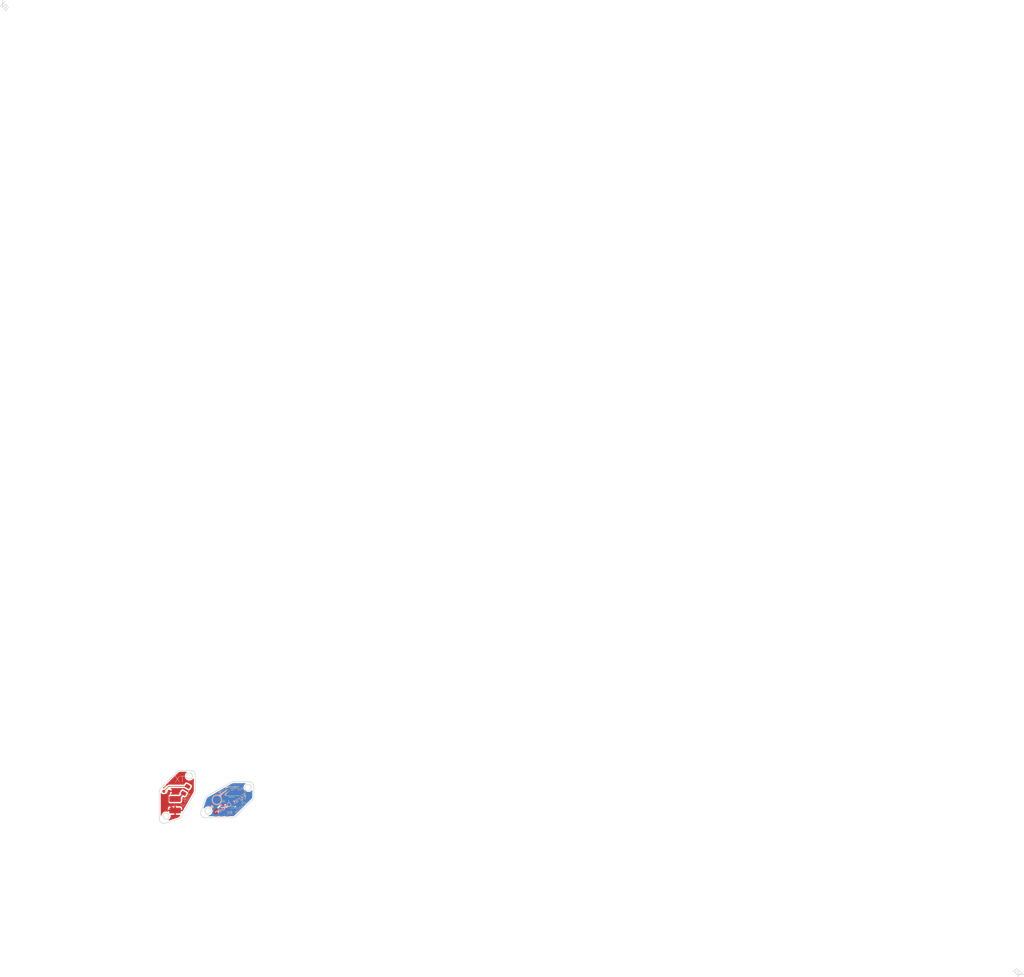
<source format=kicad_pcb>
(kicad_pcb (version 20241229) (generator "pcbnew") (generator_version "9.0")
  (layers (0 "F.Cu" signal) (2 "B.Cu" signal) (13 "F.Paste" user) (15 "B.Paste" user) (5 "F.SilkS" user "F.Silkscreen") (7 "B.SilkS" user "B.Silkscreen") (1 "F.Mask" user) (3 "B.Mask" user) (25 "Edge.Cuts" user))
  (net 0 "")
  (net 1 "Net-(D1-K)")
  (net 2 "+5V")
  (net 3 "Net-(Q1-E)")
  (net 4 "GND")
  (net 5 "GND_Sense")
  (net 6 "IR I{slash}O")
  (net 7 "+3.3V")
  (net 8 "Net-(R5-Pad2)")
  (net 9 "Net-(R7-Pad1)")
  (footprint "IR_Sense:Tx_Power_Pads" (layer "F.Cu") (at 170 39.8 -90)
    (property "Reference" "J2" (at -2.5 -3 270) (layer "F.SilkS") (effects (font (thickness 0.1))))
    (property "Value" "Conn_01x02")
    (fp_text user "+5V" (at -3.2 0.55 0) (layer "F.SilkS") (effects (font (size 0.4 0.4) (thickness 0.04)) (justify left bottom)))
    (pad "1" smd roundrect (at -2 0) (size 4 2) (layers "F.Cu" "F.Mask" "F.Paste") (roundrect_rratio 0.15) (net 2 "+5V"))
    (pad "2" smd roundrect (at 2 0) (size 4 2) (layers "F.Cu" "F.Mask" "F.Paste") (roundrect_rratio 0.15) (net 4 "GND"))
  )
  (footprint "Resistor_SMD:R_0603_1608Metric_Pad0.98x0.95mm_HandSolder" (layer "F.Cu") (at 185.729639 36.25 180)
    (property "Reference" "R7" (hide yes))
    (property "Value" "5.6k" (hide yes))
    (pad "1" smd roundrect (at -0.9125 0 180) (size 0.975 0.95) (layers "F.Cu" "F.Mask" "F.Paste") (net 9 "Net-(R7-Pad1)"))
    (pad "2" smd roundrect (at 0.9125 0 180) (size 0.975 0.95) (layers "F.Cu" "F.Mask" "F.Paste") (net 7 "+3.3V"))
  )
  (footprint "IR_Sense:J1-SMD_PADS_ONLY" (layer "F.Cu") (at 186.067139 42.35 180)
    (property "Reference" "J1" (hide yes))
    (property "Value" "Conn_01x04" (hide yes))
    (pad "1" smd roundrect (at 2 0 270) (size 3 1.5) (layers "F.Cu" "F.Mask" "F.Paste") (roundrect_rratio 0.15) (net 7 "+3.3V"))
    (pad "2" smd roundrect (at 0 0 270) (size 3 1.5) (layers "F.Cu" "F.Mask" "F.Paste") (roundrect_rratio 0.15) (net 6 "IR I{slash}O"))
    (pad "3" smd roundrect (at -2 0 270) (size 3 1.5) (layers "F.Cu" "F.Mask" "F.Paste") (roundrect_rratio 0.15) (net 5 "GND_Sense"))
  )
  (footprint "Resistor_SMD:R_0603_1608Metric_Pad0.98x0.95mm_HandSolder" (layer "F.Cu") (at 194.304639 37.25)
    (property "Reference" "R8" (hide yes))
    (property "Value" "3k")
    (pad "1" smd roundrect (at -0.9125 0) (size 0.975 0.95) (layers "F.Cu" "F.Mask" "F.Paste") (net 5 "GND_Sense"))
    (pad "2" smd roundrect (at 0.9125 0) (size 0.975 0.95) (layers "F.Cu" "F.Mask" "F.Paste") (net 9 "Net-(R7-Pad1)"))
  )
  (footprint "Package_TO_SOT_SMD:SOT-23-5" (layer "F.Cu") (at 189.554639 38.7 180)
    (property "Reference" "U2" (hide yes))
    (property "Value" "LMV321" (hide yes))
    (pad "1" smd roundrect (at -1.1375 -0.95 180) (size 1.325 0.6) (layers "F.Cu" "F.Mask" "F.Paste") (net 8 "Net-(R5-Pad2)"))
    (pad "2" smd roundrect (at -1.1375 0 180) (size 1.325 0.6) (layers "F.Cu" "F.Mask" "F.Paste") (net 5 "GND_Sense"))
    (pad "3" smd roundrect (at -1.1375 0.95 180) (size 1.325 0.6) (layers "F.Cu" "F.Mask" "F.Paste") (net 9 "Net-(R7-Pad1)"))
    (pad "4" smd roundrect (at 1.1375 0.95 180) (size 1.325 0.6) (layers "F.Cu" "F.Mask" "F.Paste") (net 6 "IR I{slash}O"))
    (pad "5" smd roundrect (at 1.1375 -0.95 180) (size 1.325 0.6) (layers "F.Cu" "F.Mask" "F.Paste") (net 7 "+3.3V"))
  )
  (footprint "Resistor_SMD:R_0603_1608Metric_Pad0.98x0.95mm_HandSolder" (layer "F.Cu") (at 167.026697 35.145303)
    (property "Reference" "R1" (at 0 -1.43 0) (layer "F.SilkS"))
    (property "Value" "2.7k")
    (pad "1" smd roundrect (at -0.9125 0) (size 0.975 0.95) (layers "F.Cu" "F.Mask" "F.Paste") (net 1 "Net-(D1-K)"))
    (pad "2" smd roundrect (at 0.9125 0) (size 0.975 0.95) (layers "F.Cu" "F.Mask" "F.Paste") (net 4 "GND"))
  )
  (footprint "Resistor_SMD:R_0603_1608Metric_Pad0.98x0.95mm_HandSolder" (layer "F.Cu") (at 186.667139 38.65 150)
    (property "Reference" "R6" (hide yes))
    (property "Value" "66k" (hide yes))
    (pad "1" smd roundrect (at -0.456249 -0.790246 90) (size 0.975 0.95) (layers "F.Cu" "F.Mask" "F.Paste") (net 8 "Net-(R5-Pad2)"))
    (pad "2" smd roundrect (at 0.456249 0.790246 90) (size 0.975 0.95) (layers "F.Cu" "F.Mask" "F.Paste") (net 6 "IR I{slash}O"))
  )
  (footprint "LED_SMD:LED_1206_3216Metric" (layer "F.Cu") (at 173.676697 34.645303 180)
    (property "Reference" "D1" (hide yes))
    (property "Value" "IR26-21C_L110_TR8" (hide yes))
    (pad "1" smd roundrect (at -0.7 1.212434 240) (size 1.25 1.75) (layers "F.Cu" "F.Mask" "F.Paste") (roundrect_rratio 0.2) (net 1 "Net-(D1-K)"))
    (pad "2" smd roundrect (at 0.7 -1.212434 240) (size 1.25 1.75) (layers "F.Cu" "F.Mask" "F.Paste") (roundrect_rratio 0.2) (net 2 "+5V"))
  )
  (footprint "Resistor_SMD:R_0603_1608Metric_Pad0.98x0.95mm_HandSolder" (layer "F.Cu") (at 193.267139 38.8 60)
    (property "Reference" "R5" (hide yes))
    (property "Value" "3k" (hide yes))
    (pad "1" smd roundrect (at 0.456248 0.790244 180) (size 0.975 0.95) (layers "F.Cu" "F.Mask" "F.Paste") (net 3 "Net-(Q1-E)"))
    (pad "2" smd roundrect (at -0.456248 -0.790244 180) (size 0.975 0.95) (layers "F.Cu" "F.Mask" "F.Paste") (net 8 "Net-(R5-Pad2)"))
  )
  (footprint "LED_SMD:LED_PLCC-2_3.4x3.0mm_KA" (layer "F.Cu") (at 190.117139 35.1)
    (property "Reference" "Q1" (hide yes))
    (property "Value" "SFH320" (hide yes))
    (pad "1" smd roundrect (at -1.5 0) (size 1.5 2.6) (layers "F.Cu" "F.Mask" "F.Paste") (roundrect_rratio 0.1666666667) (net 7 "+3.3V"))
    (pad "2" smd roundrect (at 1.5 0) (size 1.5 2.6) (layers "F.Cu" "F.Mask" "F.Paste") (roundrect_rratio 0.1666666667) (net 3 "Net-(Q1-E)"))
  )
  (footprint "Resistor_SMD:R_0603_1608Metric_Pad0.98x0.95mm_HandSolder" (layer "F.Cu") (at 194.30464 35.8 180)
    (property "Reference" "R3" (hide yes))
    (property "Value" "10k" (hide yes))
    (pad "1" smd roundrect (at -0.912499 0 180) (size 0.975 0.95) (layers "F.Cu" "F.Mask" "F.Paste") (net 3 "Net-(Q1-E)"))
    (pad "2" smd roundrect (at 0.912499 0 180) (size 0.975 0.95) (layers "F.Cu" "F.Mask" "F.Paste") (net 5 "GND_Sense"))
  )
  (footprint "LOGO" (layer "B.Cu") (at 188.55 37.6 180)
    (property "Reference" "G***" (hide yes))
    (property "Value" "LOGO" (hide yes))
  )
  (gr_line (start 196.846561 38.079642) (end 196.846019 38.079764) (stroke (width 0.2)) (layer "Edge.Cuts"))
  (gr_line (start 172.018458 44.046892) (end 172.018666 44.047254) (stroke (width 0.2)) (layer "Edge.Cuts"))
  (gr_line (start 181.425808 40.838185) (end 181.983141 40.987521) (stroke (width 0.2)) (layer "Edge.Cuts"))
  (gr_line (start 166.309361 44.689296) (end 166.866692 44.838632) (stroke (width 0.2)) (layer "Edge.Cuts"))
  (gr_line (start 165.901365 44.2813) (end 166.309361 44.689296) (stroke (width 0.2)) (layer "Edge.Cuts"))
  (gr_line (start 181.102886 36.801083) (end 181.102524 36.800875) (stroke (width 0.2)) (layer "Edge.Cuts"))
  (gr_line (start 171.814606 27.858684) (end 171.814701 27.858019) (stroke (width 0.2)) (layer "Edge.Cuts"))
  (gr_line (start 194.751113 34.81154) (end 194.343116 34.403544) (stroke (width 0.2)) (layer "Edge.Cuts"))
  (gr_line (start 176.061669 27.973722) (end 175.479991 27.858019) (stroke (width 0.2)) (layer "Edge.Cuts"))
  (gr_line (start 180.372829 44.26265) (end 179.683832 44.097533) (stroke (width 0.2)) (layer "Edge.Cuts"))
  (gr_line (start 180.411588 37.654734) (end 180.677428 37.163278) (stroke (width 0.2)) (layer "Edge.Cuts"))
  (gr_line (start 111.00897 -238.604631) (end 109.400304 -236.995331) (stroke (width 0.2)) (layer "Edge.Cuts"))
  (gr_line (start 197.176056 32.757871) (end 197.291759 33.33955) (stroke (width 0.2)) (layer "Edge.Cuts"))
  (gr_line (start 463.754406 97.81057) (end 462.145107 99.419235) (stroke (width 0.2)) (layer "Edge.Cuts"))
  (gr_line (start 178.872095 42.984004) (end 178.925723 42.277529) (stroke (width 0.2)) (layer "Edge.Cuts"))
  (gr_line (start 180.410839 37.654592) (end 180.411588 37.654734) (stroke (width 0.2)) (layer "Edge.Cuts"))
  (gr_line (start 180.868478 40.98752) (end 181.425808 40.838185) (stroke (width 0.2)) (layer "Edge.Cuts"))
  (gr_line (start 174.973327 28.72667) (end 174.415996 28.876006) (stroke (width 0.2)) (layer "Edge.Cuts"))
  (gr_line (start 112.349528 -236.727431) (end 111.277082 -235.654985) (stroke (width 0.2)) (layer "Edge.Cuts"))
  (gr_line (start 174.415996 28.876006) (end 174.008 29.284002) (stroke (width 0.2)) (layer "Edge.Cuts"))
  (gr_line (start 191.108437 43.817337) (end 191.108779 43.817479) (stroke (width 0.2)) (layer "Edge.Cuts"))
  (gr_line (start 171.814701 27.858019) (end 171.233023 27.973722) (stroke (width 0.2)) (layer "Edge.Cuts"))
  (gr_line (start 111.8133 -237.264181) (end 110.740855 -236.191735) (stroke (width 0.2)) (layer "Edge.Cuts"))
  (gr_line (start 165.002061 34.040999) (end 164.672566 34.534122) (stroke (width 0.2)) (layer "Edge.Cuts"))
  (gr_line (start 166.541916 46.224274) (end 171.164948 44.738939) (stroke (width 0.2)) (layer "Edge.Cuts"))
  (gr_line (start 174.008 29.284002) (end 173.858664 29.841334) (stroke (width 0.2)) (layer "Edge.Cuts"))
  (gr_line (start 190.033978 44.262678) (end 190.033283 44.262744) (stroke (width 0.2)) (layer "Edge.Cuts"))
  (gr_line (start 167.83202 44.2813) (end 167.981356 43.723969) (stroke (width 0.2)) (layer "Edge.Cuts"))
  (gr_line (start 180.373303 44.262744) (end 180.372829 44.26265) (stroke (width 0.2)) (layer "Edge.Cuts"))
  (gr_line (start 196.846562 32.264747) (end 197.176056 32.757871) (stroke (width 0.2)) (layer "Edge.Cuts"))
  (gr_line (start 195.308444 34.960877) (end 194.751113 34.81154) (stroke (width 0.2)) (layer "Edge.Cuts"))
  (gr_line (start 171.233023 27.973722) (end 170.739899 28.303217) (stroke (width 0.2)) (layer "Edge.Cuts"))
  (gr_line (start 172.018666 44.047254) (end 176.798819 35.70632) (stroke (width 0.2)) (layer "Edge.Cuts"))
  (gr_line (start 177 34.95) (end 177.000086 34.950244) (stroke (width 0.2)) (layer "Edge.Cuts"))
  (gr_line (start 196.423108 33.846213) (end 196.273772 34.403544) (stroke (width 0.2)) (layer "Edge.Cuts"))
  (gr_line (start 175.479896 27.858684) (end 171.814606 27.858684) (stroke (width 0.2)) (layer "Edge.Cuts"))
  (gr_line (start 175.938655 30.398665) (end 176.087991 29.841334) (stroke (width 0.2)) (layer "Edge.Cuts"))
  (gr_line (start 181.425809 43.067512) (end 180.868478 42.918176) (stroke (width 0.2)) (layer "Edge.Cuts"))
  (gr_line (start 195.865776 34.811541) (end 195.308444 34.960877) (stroke (width 0.2)) (layer "Edge.Cuts"))
  (gr_line (start 166.542011 46.224055) (end 166.541916 46.224274) (stroke (width 0.2)) (layer "Edge.Cuts"))
  (gr_line (start 176.999991 29.378019) (end 176.884288 28.79634) (stroke (width 0.2)) (layer "Edge.Cuts"))
  (gr_line (start 197.291093 33.339644) (end 197.291094 37.004935) (stroke (width 0.2)) (layer "Edge.Cuts"))
  (gr_line (start 174.008 30.398665) (end 174.415996 30.806661) (stroke (width 0.2)) (layer "Edge.Cuts"))
  (gr_line (start 165.901365 43.166637) (end 165.752029 43.723969) (stroke (width 0.2)) (layer "Edge.Cuts"))
  (gr_line (start 197.176056 37.586517) (end 196.846561 38.079642) (stroke (width 0.2)) (layer "Edge.Cuts"))
  (gr_line (start 179.683832 44.097533) (end 179.144529 43.638039) (stroke (width 0.2)) (layer "Edge.Cuts"))
  (gr_line (start 190.615656 44.146975) (end 190.033978 44.262678) (stroke (width 0.2)) (layer "Edge.Cuts"))
  (gr_line (start 175.479991 27.858019) (end 175.479896 27.858684) (stroke (width 0.2)) (layer "Edge.Cuts"))
  (gr_line (start 195.771759 31.81955) (end 196.353437 31.935252) (stroke (width 0.2)) (layer "Edge.Cuts"))
  (gr_line (start 194.751113 32.880885) (end 195.308444 32.73155) (stroke (width 0.2)) (layer "Edge.Cuts"))
  (gr_line (start 164.556891 44.776949) (end 164.722008 45.465946) (stroke (width 0.2)) (layer "Edge.Cuts"))
  (gr_line (start 196.273772 33.288881) (end 196.423108 33.846213) (stroke (width 0.2)) (layer "Edge.Cuts"))
  (gr_line (start 190.199534 31.819454) (end 195.770904 31.819454) (stroke (width 0.2)) (layer "Edge.Cuts"))
  (gr_line (start 165.181502 46.005249) (end 165.835537 46.277683) (stroke (width 0.2)) (layer "Edge.Cuts"))
  (gr_line (start 178.925723 42.277529) (end 178.925504 42.277624) (stroke (width 0.2)) (layer "Edge.Cuts"))
  (gr_line (start 194.193781 33.846214) (end 194.343117 33.288882) (stroke (width 0.2)) (layer "Edge.Cuts"))
  (gr_line (start 462.413957 97.006239) (end 462.949757 97.542457) (stroke (width 0.2)) (layer "Edge.Cuts"))
  (gr_line (start 166.309361 42.758641) (end 165.901365 43.166637) (stroke (width 0.2)) (layer "Edge.Cuts"))
  (gr_line (start 195.308444 32.73155) (end 195.865775 32.880885) (stroke (width 0.2)) (layer "Edge.Cuts"))
  (gr_line (start 110.204637 -239.140431) (end 110.204637 -236.727535) (stroke (width 0.2)) (layer "Edge.Cuts"))
  (gr_line (start 178.925504 42.277624) (end 180.410839 37.654592) (stroke (width 0.2)) (layer "Edge.Cuts"))
  (gr_line (start 165.752029 43.723969) (end 165.901365 44.2813) (stroke (width 0.2)) (layer "Edge.Cuts"))
  (gr_line (start 180.460482 41.395516) (end 180.868478 40.98752) (stroke (width 0.2)) (layer "Edge.Cuts"))
  (gr_line (start 176.884288 28.79634) (end 176.554793 28.303216) (stroke (width 0.2)) (layer "Edge.Cuts"))
  (gr_line (start 177.000086 29.378874) (end 176.999991 29.378019) (stroke (width 0.2)) (layer "Edge.Cuts"))
  (gr_line (start 181.102524 36.800875) (end 189.443458 32.020722) (stroke (width 0.2)) (layer "Edge.Cuts"))
  (gr_line (start 182.391137 41.395517) (end 182.540473 41.952848) (stroke (width 0.2)) (layer "Edge.Cuts"))
  (gr_line (start 197.291094 37.004935) (end 197.291759 37.004839) (stroke (width 0.2)) (layer "Edge.Cuts"))
  (gr_line (start 165.002203 34.041341) (end 165.002061 34.040999) (stroke (width 0.2)) (layer "Edge.Cuts"))
  (gr_line (start 176.798819 35.70632) (end 176.798781 35.705779) (stroke (width 0.2)) (layer "Edge.Cuts"))
  (gr_line (start 191.108779 43.817479) (end 190.615656 44.146975) (stroke (width 0.2)) (layer "Edge.Cuts"))
  (gr_line (start 166.866692 42.609305) (end 166.309361 42.758641) (stroke (width 0.2)) (layer "Edge.Cuts"))
  (gr_line (start 177.000086 34.950244) (end 177.000086 29.378874) (stroke (width 0.2)) (layer "Edge.Cuts"))
  (gr_line (start 176.554793 28.303216) (end 176.061669 27.973722) (stroke (width 0.2)) (layer "Edge.Cuts"))
  (gr_line (start 197.291759 33.33955) (end 197.291093 33.339644) (stroke (width 0.2)) (layer "Edge.Cuts"))
  (gr_line (start 464.290206 98.614902) (end 461.87731 98.614902) (stroke (width 0.2)) (layer "Edge.Cuts"))
  (gr_line (start 197.291759 37.004839) (end 197.176056 37.586517) (stroke (width 0.2)) (layer "Edge.Cuts"))
  (gr_line (start 180.868478 42.918176) (end 180.460482 42.51018) (stroke (width 0.2)) (layer "Edge.Cuts"))
  (gr_line (start 111.277082 -235.654985) (end 110.740855 -236.191735) (stroke (width 0.2)) (layer "Edge.Cuts"))
  (gr_line (start 175.938655 29.284002) (end 175.530659 28.876006) (stroke (width 0.2)) (layer "Edge.Cuts"))
  (gr_line (start 166.866692 44.838632) (end 167.424024 44.689296) (stroke (width 0.2)) (layer "Edge.Cuts"))
  (gr_line (start 171.164948 44.738939) (end 171.164806 44.738189) (stroke (width 0.2)) (layer "Edge.Cuts"))
  (gr_line (start 462.413957 97.006239) (end 461.341511 98.078684) (stroke (width 0.2)) (layer "Edge.Cuts"))
  (gr_line (start 164.672566 34.534122) (end 164.556862 35.1158) (stroke (width 0.2)) (layer "Edge.Cuts"))
  (gr_line (start 182.540473 41.952848) (end 182.391137 42.510179) (stroke (width 0.2)) (layer "Edge.Cuts"))
  (gr_line (start 460.804761 97.542457) (end 461.341511 98.078684) (stroke (width 0.2)) (layer "Edge.Cuts"))
  (gr_line (start 194.343116 34.403544) (end 194.193781 33.846214) (stroke (width 0.2)) (layer "Edge.Cuts"))
  (gr_line (start 174.415996 30.806661) (end 174.973327 30.955997) (stroke (width 0.2)) (layer "Edge.Cuts"))
  (gr_line (start 164.556796 44.776474) (end 164.556891 44.776949) (stroke (width 0.2)) (layer "Edge.Cuts"))
  (gr_line (start 180.311146 41.952849) (end 180.460482 41.395516) (stroke (width 0.2)) (layer "Edge.Cuts"))
  (gr_line (start 462.949757 97.542457) (end 461.87731 98.614902) (stroke (width 0.2)) (layer "Edge.Cuts"))
  (gr_line (start 194.343117 33.288882) (end 194.751113 32.880885) (stroke (width 0.2)) (layer "Edge.Cuts"))
  (gr_line (start 164.556862 35.1158) (end 164.556796 35.116494) (stroke (width 0.2)) (layer "Edge.Cuts"))
  (gr_line (start 165.835537 46.277683) (end 166.542011 46.224055) (stroke (width 0.2)) (layer "Edge.Cuts"))
  (gr_line (start 174.973327 30.955997) (end 175.530659 30.806661) (stroke (width 0.2)) (layer "Edge.Cuts"))
  (gr_line (start 195.865775 32.880885) (end 196.273772 33.288881) (stroke (width 0.2)) (layer "Edge.Cuts"))
  (gr_line (start 167.981356 43.723969) (end 167.83202 43.166637) (stroke (width 0.2)) (layer "Edge.Cuts"))
  (gr_line (start 181.983141 40.987521) (end 182.391137 41.395517) (stroke (width 0.2)) (layer "Edge.Cuts"))
  (gr_line (start 182.391137 42.510179) (end 181.983141 42.918175) (stroke (width 0.2)) (layer "Edge.Cuts"))
  (gr_line (start 175.530659 30.806661) (end 175.938655 30.398665) (stroke (width 0.2)) (layer "Edge.Cuts"))
  (gr_line (start 195.770904 31.819454) (end 195.771759 31.81955) (stroke (width 0.2)) (layer "Edge.Cuts"))
  (gr_line (start 167.83202 43.166637) (end 167.424024 42.758641) (stroke (width 0.2)) (layer "Edge.Cuts"))
  (gr_line (start 176.087991 29.841334) (end 175.938655 29.284002) (stroke (width 0.2)) (layer "Edge.Cuts"))
  (gr_line (start 164.556796 35.116494) (end 164.556796 44.776474) (stroke (width 0.2)) (layer "Edge.Cuts"))
  (gr_line (start 111.277082 -237.799981) (end 110.204637 -236.727535) (stroke (width 0.2)) (layer "Edge.Cuts"))
  (gr_line (start 461.877206 96.470011) (end 460.804761 97.542457) (stroke (width 0.2)) (layer "Edge.Cuts"))
  (gr_line (start 190.033283 44.262744) (end 180.373303 44.262744) (stroke (width 0.2)) (layer "Edge.Cuts"))
  (gr_line (start 196.846019 38.079764) (end 191.108437 43.817337) (stroke (width 0.2)) (layer "Edge.Cuts"))
  (gr_line (start 164.722008 45.465946) (end 165.181502 46.005249) (stroke (width 0.2)) (layer "Edge.Cuts"))
  (gr_line (start 167.424024 42.758641) (end 166.866692 42.609305) (stroke (width 0.2)) (layer "Edge.Cuts"))
  (gr_line (start 171.656263 44.47235) (end 172.018458 44.046892) (stroke (width 0.2)) (layer "Edge.Cuts"))
  (gr_line (start 175.530659 28.876006) (end 174.973327 28.72667) (stroke (width 0.2)) (layer "Edge.Cuts"))
  (gr_line (start 189.443458 32.020722) (end 189.443999 32.02076) (stroke (width 0.2)) (layer "Edge.Cuts"))
  (gr_line (start 173.858664 29.841334) (end 174.008 30.398665) (stroke (width 0.2)) (layer "Edge.Cuts"))
  (gr_line (start 196.353437 31.935252) (end 196.846562 32.264747) (stroke (width 0.2)) (layer "Edge.Cuts"))
  (gr_line (start 170.739899 28.303217) (end 170.739776 28.303759) (stroke (width 0.2)) (layer "Edge.Cuts"))
  (gr_line (start 111.8133 -237.264181) (end 111.277082 -237.799981) (stroke (width 0.2)) (layer "Edge.Cuts"))
  (gr_line (start 189.443999 32.02076) (end 190.199778 31.81954) (stroke (width 0.2)) (layer "Edge.Cuts"))
  (gr_line (start 196.273772 34.403544) (end 195.865776 34.811541) (stroke (width 0.2)) (layer "Edge.Cuts"))
  (gr_line (start 179.144529 43.638039) (end 178.872095 42.984004) (stroke (width 0.2)) (layer "Edge.Cuts"))
  (gr_line (start 176.798781 35.705779) (end 177 34.95) (stroke (width 0.2)) (layer "Edge.Cuts"))
  (gr_line (start 180.460482 42.51018) (end 180.311146 41.952849) (stroke (width 0.2)) (layer "Edge.Cuts"))
  (gr_line (start 190.199778 31.81954) (end 190.199534 31.819454) (stroke (width 0.2)) (layer "Edge.Cuts"))
  (gr_line (start 167.424024 44.689296) (end 167.83202 44.2813) (stroke (width 0.2)) (layer "Edge.Cuts"))
  (gr_line (start 180.677428 37.163278) (end 181.102886 36.801083) (stroke (width 0.2)) (layer "Edge.Cuts"))
  (gr_line (start 181.983141 42.918175) (end 181.425809 43.067512) (stroke (width 0.2)) (layer "Edge.Cuts"))
  (gr_line (start 171.164806 44.738189) (end 171.656263 44.47235) (stroke (width 0.2)) (layer "Edge.Cuts"))
  (gr_line (start 170.739776 28.303759) (end 165.002203 34.041341) (stroke (width 0.2)) (layer "Edge.Cuts"))
  (gr_text "5k" (at 193.85 36.05 0) (layer "F.SilkS") (effects (font (size 0.4 0.4) (thickness 0.04)) (justify left bottom)))
  (gr_text "GND" (at 187.25 43.6 90) (layer "F.SilkS") (effects (font (size 0.2 0.2) (thickness 0.02)) (justify left bottom)))
  (gr_text "5.6k" (at 185.1 36.45 0) (layer "F.SilkS") (effects (font (size 0.4 0.4) (thickness 0.04)) (justify left bottom)))
  (gr_text "3k" (at 193.95 37.5 0) (layer "F.SilkS") (effects (font (size 0.4 0.4) (thickness 0.04)) (justify left bottom)))
  (gr_text "66k" (at 186.9 39.1 90) (layer "F.SilkS") (effects (font (size 0.4 0.4) (thickness 0.04)) (justify left bottom)))
  (gr_text "IR I/O" (at 185.25 43.65 90) (layer "F.SilkS") (effects (font (size 0.2 0.2) (thickness 0.02)) (justify left bottom)))
  (gr_text "LMV321" (at 189.1 41.2 0) (layer "F.SilkS") (effects (font (size 0.4 0.4) (thickness 0.04)) (justify left bottom)))
  (gr_text "3k" (at 192.95 39.05 0) (layer "F.SilkS") (effects (font (size 0.4 0.4) (thickness 0.04)) (justify left bottom)))
  (gr_text "GND" (at 169.45 40.45 0) (layer "F.SilkS") (effects (font (size 0.4 0.4) (thickness 0.04)) (justify left bottom)))
  (gr_text "2.7k" (at 166.4 35.35 0) (layer "F.SilkS") (effects (font (size 0.4 0.4) (thickness 0.04)) (justify left bottom)))
  (gr_text "3.3V" (at 183.25 43.7 90) (layer "F.SilkS") (effects (font (size 0.2 0.2) (thickness 0.02)) (justify left bottom)))
  (gr_text "Arjun.D" (at 190.45 42.25 225) (layer "B.SilkS") (effects (font (size 1 1) (thickness 0.1)) (justify left bottom mirror)))
  (gr_text "TX" (at 173.4 32.15 0) (layer "B.SilkS") (effects (font (size 2 2)) (justify left bottom mirror)))
  (gr_text "Arjun.D" (at 175.6 36.05 60) (layer "B.SilkS") (effects (font (size 1 1) (thickness 0.1)) (justify left bottom mirror)))
  (gr_text "RX" (at 190.05 43.2 0) (layer "B.SilkS") (effects (font (size 1 1)) (justify left bottom mirror)))
  (segment (start 167.826631 33.432869) (end 174.376697 33.432869) (width 0.2) (layer "F.Cu") (net 1))
  (segment (start 166.114197 35.145303) (end 167.826631 33.432869) (width 0.2) (layer "F.Cu") (net 1))
  (segment (start 171.034434 37.8) (end 172.976697 35.857737) (width 0.5) (layer "F.Cu") (net 2))
  (segment (start 170 37.8) (end 171.034434 37.8) (width 0.5) (layer "F.Cu") (net 2))
  (segment (start 195.217139 35.8) (end 196.005639 36.5885) (width 0.2) (layer "F.Cu") (net 3))
  (segment (start 194.441139 35.024) (end 191.693139 35.024) (width 0.2) (layer "F.Cu") (net 3))
  (segment (start 195.217139 35.8) (end 194.441139 35.024) (width 0.2) (layer "F.Cu") (net 3))
  (segment (start 194.922773 38.8) (end 194.179634 38.8) (width 0.2) (layer "F.Cu") (net 3))
  (segment (start 196.005639 37.717134) (end 194.922773 38.8) (width 0.2) (layer "F.Cu") (net 3))
  (segment (start 196.005639 36.5885) (end 196.005639 37.717134) (width 0.2) (layer "F.Cu") (net 3))
  (segment (start 191.693139 35.024) (end 191.617139 35.1) (width 0.2) (layer "F.Cu") (net 3))
  (segment (start 167.549 35.5355) (end 167.549 39.349) (width 0.5) (layer "F.Cu") (net 4))
  (segment (start 167.939197 35.145303) (end 167.549 35.5355) (width 0.5) (layer "F.Cu") (net 4))
  (segment (start 167.549 39.349) (end 170 41.8) (width 0.5) (layer "F.Cu") (net 4))
  (segment (start 193.392141 37.249998) (end 193.392139 37.25) (width 0.5) (layer "F.Cu") (net 5))
  (segment (start 193.392141 35.8) (end 193.392141 37.249998) (width 0.5) (layer "F.Cu") (net 5))
  (segment (start 188.917139 42.35) (end 190.717139 40.55) (width 0.5) (layer "F.Cu") (net 5))
  (segment (start 188.067139 42.35) (end 188.917139 42.35) (width 0.5) (layer "F.Cu") (net 5))
  (via (at 190.692139 38.7) (size 0.6) (drill 0.3) (layers "F.Cu" "B.Cu") (net 5))
  (via (at 190.717139 40.55) (size 0.6) (drill 0.3) (layers "F.Cu" "B.Cu") (net 5))
  (via (at 193.392139 37.25) (size 0.6) (drill 0.3) (layers "F.Cu" "B.Cu") (net 5))
  (segment (start 190.717139 38.725) (end 190.692139 38.7) (width 0.5) (layer "B.Cu") (net 5))
  (segment (start 193.392139 37.275) (end 193.392139 37.25) (width 0.5) (layer "B.Cu") (net 5))
  (segment (start 191.942139 38.7) (end 193.392139 37.25) (width 0.5) (layer "B.Cu") (net 5))
  (segment (start 190.692139 38.7) (end 191.942139 38.7) (width 0.5) (layer "B.Cu") (net 5))
  (segment (start 190.717139 40.55) (end 190.717139 38.725) (width 0.5) (layer "B.Cu") (net 5))
  (segment (start 185.891139 42.174) (end 186.067139 42.35) (width 0.2) (layer "F.Cu") (net 6))
  (segment (start 185.891139 38.513502) (end 185.891139 42.174) (width 0.2) (layer "F.Cu") (net 6))
  (segment (start 188.417139 37.75) (end 186.679637 37.75) (width 0.2) (layer "F.Cu") (net 6))
  (segment (start 186.679637 37.75) (end 186.667139 37.737502) (width 0.2) (layer "F.Cu") (net 6))
  (segment (start 186.667139 37.737502) (end 185.891139 38.513502) (width 0.2) (layer "F.Cu") (net 6))
  (segment (start 184.817139 36.25) (end 185.967139 35.1) (width 0.5) (layer "F.Cu") (net 7))
  (segment (start 188.115508 39.65) (end 187.408301 40.357207) (width 0.5) (layer "F.Cu") (net 7))
  (segment (start 184.067139 42.35) (end 184.067139 37) (width 0.5) (layer "F.Cu") (net 7))
  (segment (start 184.067139 37) (end 184.817139 36.25) (width 0.5) (layer "F.Cu") (net 7))
  (segment (start 188.417139 39.65) (end 188.115508 39.65) (width 0.5) (layer "F.Cu") (net 7))
  (segment (start 185.967139 35.1) (end 188.617139 35.1) (width 0.5) (layer "F.Cu") (net 7))
  (via (at 187.408301 40.357207) (size 0.6) (drill 0.3) (layers "F.Cu" "B.Cu") (net 7))
  (via (at 184.067139 42.35) (size 0.6) (drill 0.3) (layers "F.Cu" "B.Cu") (net 7))
  (segment (start 186.059932 40.357207) (end 184.067139 42.35) (width 0.5) (layer "B.Cu") (net 7))
  (segment (start 187.408301 40.357207) (end 186.059932 40.357207) (width 0.5) (layer "B.Cu") (net 7))
  (segment (start 191.504644 39.65) (end 190.692139 39.65) (width 0.2) (layer "F.Cu") (net 8))
  (segment (start 189.533774 38.983366) (end 190.200408 39.65) (width 0.2) (layer "F.Cu") (net 8))
  (segment (start 192.354644 38.8) (end 191.504644 39.65) (width 0.2) (layer "F.Cu") (net 8))
  (segment (start 190.200408 39.65) (end 190.692139 39.65) (width 0.2) (layer "F.Cu") (net 8))
  (segment (start 186.667139 39.562498) (end 187.246271 38.983366) (width 0.2) (layer "F.Cu") (net 8))
  (segment (start 187.246271 38.983366) (end 189.533774 38.983366) (width 0.2) (layer "F.Cu") (net 8))
  (segment (start 190.692139 37.75) (end 192.636505 37.75) (width 0.2) (layer "F.Cu") (net 9))
  (segment (start 190.091139 37.149) (end 187.541139 37.149) (width 0.2) (layer "F.Cu") (net 9))
  (segment (start 194.443139 38.024) (end 195.217139 37.25) (width 0.2) (layer "F.Cu") (net 9))
  (segment (start 193.7 38.024) (end 194.443139 38.024) (width 0.2) (layer "F.Cu") (net 9))
  (segment (start 190.692139 37.75) (end 190.091139 37.149) (width 0.2) (layer "F.Cu") (net 9))
  (segment (start 192.912505 38.026) (end 193.698 38.026) (width 0.2) (layer "F.Cu") (net 9))
  (segment (start 193.698 38.026) (end 193.7 38.024) (width 0.2) (layer "F.Cu") (net 9))
  (segment (start 192.636505 37.75) (end 192.912505 38.026) (width 0.2) (layer "F.Cu") (net 9))
  (segment (start 187.541139 37.149) (end 186.642139 36.25) (width 0.2) (layer "F.Cu") (net 9))
  (zone (net 4) (net_name "GND") (layer "F.Cu") (priority 1) (connect_pads (clearance 0.5)) (min_thickness 0.25) (fill yes (thermal_gap 0.5) (thermal_bridge_width 0.5))
    (polygon (pts (xy 176.45 28.4) (xy 176.75 28.85) (xy 176.85 29.4) (xy 176.8 34.95) (xy 176.6 35.65) (xy 171.85 43.9) (xy 171.55 44.3) (xy 171.1 44.55) (xy 166.55 46) (xy 165.85 46.05) (xy 165.25 45.8) (xy 164.9 45.4) (xy 164.75 44.8) (xy 164.75 35.145303) (xy 164.85 34.6) (xy 165.2 34.15) (xy 170.9 28.5) (xy 171.3 28.2) (xy 171.85 28.1) (xy 175.5 28.05) (xy 176 28.15)))
  )
  (zone (net 5) (net_name "GND_Sense") (layer "B.Cu") (connect_pads (clearance 0.5)) (min_thickness 0.25) (fill yes (thermal_gap 0.5) (thermal_bridge_width 0.5))
    (polygon (pts (xy 180.7 37.65) (xy 179.15 42.5) (xy 179.35 43.4) (xy 180.15 43.95) (xy 190.05 44.05) (xy 196.8 37.55) (xy 196.95 33.05) (xy 196.05 32.15) (xy 194.5 32.1) (xy 190 32.2) (xy 188.1 33) (xy 180.95 37.2)))
  )
)
</source>
